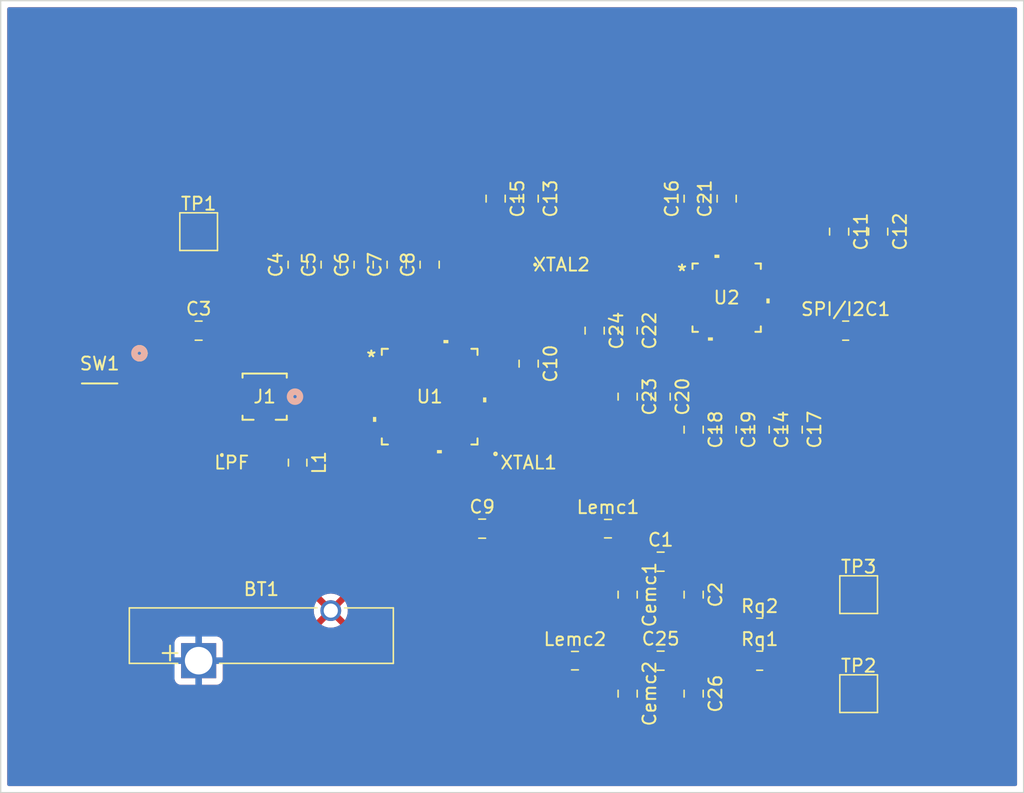
<source format=kicad_pcb>
(kicad_pcb (version 20211014) (generator pcbnew)
  (layers (0 "F.Cu" signal) (31 "B.Cu" signal) (34 "B.Paste" user) (35 "F.Paste" user) (36 "B.SilkS" user "B.Silkscreen") (37 "F.SilkS" user "F.Silkscreen") (38 "B.Mask" user) (39 "F.Mask" user) (44 "Edge.Cuts" user))
  (net 0 "")
  (net 1 "+3V3")
  (net 2 "GND")
  (net 3 "Net-(C1-Pad1)")
  (net 4 "Net-(C1-Pad2)")
  (net 5 "Net-(U1-Pad7)")
  (net 6 "GNDLPF")
  (net 7 "Net-(U2-Pad24)")
  (net 8 "Net-(U2-Pad3)")
  (net 9 "GNDD")
  (net 10 "Net-(U2-Pad11)")
  (net 11 "Net-(U2-Pad4)")
  (net 12 "Net-(U2-Pad14)")
  (net 13 "Net-(U2-Pad5)")
  (net 14 "Net-(U2-Pad7)")
  (net 15 "GNDA")
  (net 16 "Net-(C25-Pad1)")
  (net 17 "Net-(C25-Pad2)")
  (net 18 "Net-(C26-Pad2)")
  (net 19 "Net-(L1-Pad1)")
  (net 20 "Net-(L1-Pad2)")
  (net 21 "Net-(U2-Pad13)")
  (net 22 "Net-(U2-Pad22)")
  (net 23 "Net-(LOW-PASS-FILTER1-Pad3)")
  (net 24 "GNDLPF3")
  (net 25 "GNDLPF2")
  (net 26 "GNDLPF1")
  (net 27 "Net-(Rq1-Pad2)")
  (net 28 "Net-(Rq2-Pad2)")
  (net 29 "Net-(U2-Pad20)")
  (net 30 "Net-(U1-Pad1)")
  (net 37 "Net-(U1-Pad9)")
  (net 38 "Net-(U1-Pad10)")
  (net 39 "Net-(U1-Pad11)")
  (net 40 "Net-(U1-Pad12)")
  (net 41 "Net-(U1-Pad13)")
  (net 42 "Net-(U1-Pad14)")
  (net 43 "Net-(U1-Pad15)")
  (net 44 "Net-(U1-Pad16)")
  (net 48 "Net-(U1-Pad24)")
  (net 49 "Net-(U1-Pad25)")
  (net 54 "Net-(U1-Pad30)")
  (net 70 "GNDDR1")
  (net 72 "GNDDR2")
  (footprint "footprints4:CON3_RECE.20279.001E.01_TAL" (layer "F.Cu") (at 124.46 83.82)
    (fp_text reference "J1" (at 0 0 unlocked) (layer "F.SilkS"))
    (fp_text value "RECE.20279.001E.01")
    (fp_circle (center 2.3368 0) (end 2.7178 0) (layer "B.SilkS") (width 0.508) (fill none))
    (fp_line (start 1.7018 1.778) (end 1.7018 1.46304) (layer "F.SilkS") (width 0.1524))
    (fp_line (start -1.7018 1.46304) (end -1.7018 1.778) (layer "F.SilkS") (width 0.1524))
    (fp_line (start -1.7018 1.778) (end -0.85344 1.778) (layer "F.SilkS") (width 0.1524))
    (fp_line (start -1.7018 -1.778) (end -1.7018 -1.46304) (layer "F.SilkS") (width 0.1524))
    (fp_line (start 0.85344 1.778) (end 1.7018 1.778) (layer "F.SilkS") (width 0.1524))
    (fp_line (start 1.7018 -1.46304) (end 1.7018 -1.778) (layer "F.SilkS") (width 0.1524))
    (fp_line (start 1.7018 -1.778) (end -1.7018 -1.778) (layer "F.SilkS") (width 0.1524))
    (pad "1" smd rect (at 1.475001 0) (size 1.0414 2.2606) (layers "F.Cu" "F.Paste" "F.Mask") (net 19 "Net-(L1-Pad1)"))
    (pad "2" smd rect (at 0 1.549999) (size 1.0414 1.143) (layers "F.Cu" "F.Paste" "F.Mask") (net 6 "GNDLPF"))
    (pad "3" smd rect (at -1.475001 0) (size 1.0414 2.2606) (layers "F.Cu" "F.Paste" "F.Mask") (net 6 "GNDLPF"))
  )
  (footprint "Capacitor_SMD:C_0805_2012Metric_Pad1.18x1.45mm_HandSolder" (layer "F.Cu") (at 165.1 86.36 -90)
    (fp_text reference "C17" (at 0 -1.68 90) (layer "F.SilkS"))
    (fp_text value "C_Small")
    (fp_line (start -0.261252 -0.735) (end 0.261252 -0.735) (layer "F.SilkS") (width 0.12))
    (fp_line (start -0.261252 0.735) (end 0.261252 0.735) (layer "F.SilkS") (width 0.12))
    (pad "1" smd roundrect (at -1.0375 0 270) (size 1.175 1.45) (layers "F.Cu" "F.Paste" "F.Mask") (roundrect_rratio 0.212766) (net 10 "Net-(U2-Pad11)"))
    (pad "2" smd roundrect (at 1.0375 0 270) (size 1.175 1.45) (layers "F.Cu" "F.Paste" "F.Mask") (roundrect_rratio 0.212766) (net 2 "GND"))
  )
  (footprint "Capacitor_SMD:C_0805_2012Metric_Pad1.18x1.45mm_HandSolder" (layer "F.Cu") (at 152.4 78.74 -90)
    (fp_text reference "C22" (at 0 -1.68 90) (layer "F.SilkS"))
    (fp_text value "C_Small")
    (fp_line (start -0.261252 -0.735) (end 0.261252 -0.735) (layer "F.SilkS") (width 0.12))
    (fp_line (start -0.261252 0.735) (end 0.261252 0.735) (layer "F.SilkS") (width 0.12))
    (pad "1" smd roundrect (at -1.0375 0 270) (size 1.175 1.45) (layers "F.Cu" "F.Paste" "F.Mask") (roundrect_rratio 0.212766) (net 14 "Net-(U2-Pad7)"))
    (pad "2" smd roundrect (at 1.0375 0 270) (size 1.175 1.45) (layers "F.Cu" "F.Paste" "F.Mask") (roundrect_rratio 0.212766) (net 15 "GNDA"))
  )
  (footprint "footprints6:VFQFPN32_5X5_WETTABLE_STM" (layer "F.Cu") (at 160.02 76.2)
    (fp_text reference "U2" (at 0 0 unlocked) (layer "F.SilkS"))
    (fp_text value "ST25R3916B-AQWT")
    (fp_text user "*" (at -3.4369 -2) (layer "F.SilkS"))
    (fp_text user "*" (at -3.4369 -2 unlocked) (layer "F.SilkS"))
    (fp_line (start 2.6289 -2.6289) (end 2.210139 -2.6289) (layer "F.SilkS") (width 0.1524))
    (fp_line (start -2.210139 -2.6289) (end -2.6289 -2.6289) (layer "F.SilkS") (width 0.1524))
    (fp_line (start -2.6289 2.210139) (end -2.6289 2.6289) (layer "F.SilkS") (width 0.1524))
    (fp_line (start 2.210139 2.6289) (end 2.6289 2.6289) (layer "F.SilkS") (width 0.1524))
    (fp_line (start -2.6289 -2.6289) (end -2.6289 -2.210139) (layer "F.SilkS") (width 0.1524))
    (fp_line (start 2.6289 -2.210139) (end 2.6289 -2.6289) (layer "F.SilkS") (width 0.1524))
    (fp_line (start 2.6289 2.6289) (end 2.6289 2.210139) (layer "F.SilkS") (width 0.1524))
    (fp_line (start -2.6289 2.6289) (end -2.210139 2.6289) (layer "F.SilkS") (width 0.1524))
    (fp_poly (pts (xy -1.4405 3.055899) (xy -1.4405 3.309899) (xy -1.0595 3.309899) (xy -1.0595 3.055899)) (layer "F.SilkS") (width 0) (fill solid))
    (fp_poly (pts (xy -0.940501 -3.055899) (xy -0.940501 -3.309899) (xy -0.559501 -3.309899) (xy -0.559501 -3.055899)) (layer "F.SilkS") (width 0) (fill solid))
    (fp_poly (pts (xy 3.309899 0.059499) (xy 3.309899 0.4405) (xy 3.055899 0.4405) (xy 3.055899 0.059499)) (layer "F.SilkS") (width 0) (fill solid))
    (pad "1" smd rect (at -2.3979 -1.749999 90) (size 0.2548 0.807999) (layers "F.Cu" "F.Paste" "F.Mask") (net 1 "+3V3"))
    (pad "2" smd rect (at -2.3979 -1.25 90) (size 0.2548 0.807999) (layers "F.Cu" "F.Paste" "F.Mask"))
    (pad "3" smd rect (at -2.3979 -0.750001 90) (size 0.2548 0.807999) (layers "F.Cu" "F.Paste" "F.Mask") (net 8 "Net-(U2-Pad3)"))
    (pad "4" smd rect (at -2.3979 -0.25 90) (size 0.2548 0.807999) (layers "F.Cu" "F.Paste" "F.Mask") (net 11 "Net-(U2-Pad4)"))
    (pad "5" smd rect (at -2.3979 0.25 90) (size 0.2548 0.807999) (layers "F.Cu" "F.Paste" "F.Mask") (net 13 "Net-(U2-Pad5)"))
    (pad "6" smd rect (at -2.3979 0.750001 90) (size 0.2548 0.807999) (layers "F.Cu" "F.Paste" "F.Mask") (net 9 "GNDD"))
    (pad "7" smd rect (at -2.3979 1.25 90) (size 0.2548 0.807999) (layers "F.Cu" "F.Paste" "F.Mask") (net 14 "Net-(U2-Pad7)"))
    (pad "8" smd rect (at -2.3979 1.749999 90) (size 0.2548 0.807999) (layers "F.Cu" "F.Paste" "F.Mask") (net 1 "+3V3"))
    (pad "9" smd rect (at -1.749999 2.3979) (size 0.2548 0.807999) (layers "F.Cu" "F.Paste" "F.Mask") (net 12 "Net-(U2-Pad14)"))
    (pad "10" smd rect (at -1.25 2.3979) (size 0.2548 0.807999) (layers "F.Cu" "F.Paste" "F.Mask") (net 1 "+3V3"))
    (pad "11" smd rect (at -0.750001 2.3979) (size 0.2548 0.807999) (layers "F.Cu" "F.Paste" "F.Mask") (net 10 "Net-(U2-Pad11)"))
    (pad "12" smd rect (at -0.25 2.3979) (size 0.2548 0.807999) (layers "F.Cu" "F.Paste" "F.Mask") (net 70 "GNDDR1"))
    (pad "13" smd rect (at 0.25 2.3979) (size 0.2548 0.807999) (layers "F.Cu" "F.Paste" "F.Mask") (net 21 "Net-(U2-Pad13)"))
    (pad "14" smd rect (at 0.750001 2.3979) (size 0.2548 0.807999) (layers "F.Cu" "F.Paste" "F.Mask") (net 12 "Net-(U2-Pad14)"))
    (pad "15" smd rect (at 1.25 2.3979) (size 0.2548 0.807999) (layers "F.Cu" "F.Paste" "F.Mask"))
    (pad "16" smd rect (at 1.749999 2.3979) (size 0.2548 0.807999) (layers "F.Cu" "F.Paste" "F.Mask") (net 72 "GNDDR2"))
    (pad "17" smd rect (at 2.3979 1.749999 90) (size 0.2548 0.807999) (layers "F.Cu" "F.Paste" "F.Mask"))
    (pad "18" smd rect (at 2.3979 1.25 90) (size 0.2548 0.807999) (layers "F.Cu" "F.Paste" "F.Mask"))
    (pad "19" smd rect (at 2.3979 0.750001 90) (size 0.2548 0.807999) (layers "F.Cu" "F.Paste" "F.Mask"))
    (pad "20" smd rect (at 2.3979 0.25 90) (size 0.2548 0.807999) (layers "F.Cu" "F.Paste" "F.Mask") (net 29 "Net-(U2-Pad20)"))
    (pad "21" smd rect (at 2.3979 -0.25 90) (size 0.2548 0.807999) (layers "F.Cu" "F.Paste" "F.Mask") (net 2 "GND"))
    (pad "22" smd rect (at 2.3979 -0.750001 90) (size 0.2548 0.807999) (layers "F.Cu" "F.Paste" "F.Mask") (net 22 "Net-(U2-Pad22)"))
    (pad "23" smd rect (at 2.3979 -1.25 90) (size 0.2548 0.807999) (layers "F.Cu" "F.Paste" "F.Mask"))
    (pad "24" smd rect (at 2.3979 -1.749999 90) (size 0.2548 0.807999) (layers "F.Cu" "F.Paste" "F.Mask") (net 7 "Net-(U2-Pad24)"))
    (pad "25" smd rect (at 1.749999 -2.3979) (size 0.2548 0.807999) (layers "F.Cu" "F.Paste" "F.Mask"))
    (pad "26" smd rect (at 1.25 -2.3979) (size 0.2548 0.807999) (layers "F.Cu" "F.Paste" "F.Mask") (net 15 "GNDA"))
    (pad "27" smd rect (at 0.750001 -2.3979) (size 0.2548 0.807999) (layers "F.Cu" "F.Paste" "F.Mask") (net 54 "Net-(U1-Pad30)"))
    (pad "28" smd rect (at 0.25 -2.3979) (size 0.2548 0.807999) (layers "F.Cu" "F.Paste" "F.Mask"))
    (pad "29" smd rect (at -0.25 -2.3979) (size 0.2548 0.807999) (layers "F.Cu" "F.Paste" "F.Mask") (net 41 "Net-(U1-Pad13)"))
    (pad "30" smd rect (at -0.750001 -2.3979) (size 0.2548 0.807999) (layers "F.Cu" "F.Paste" "F.Mask") (net 42 "Net-(U1-Pad14)"))
    (pad "31" smd rect (at -1.25 -2.3979) (size 0.2548 0.807999) (layers "F.Cu" "F.Paste" "F.Mask") (net 44 "Net-(U1-Pad16)"))
    (pad "32" smd rect (at -1.749999 -2.3979) (size 0.2548 0.807999) (layers "F.Cu" "F.Paste" "F.Mask") (net 43 "Net-(U1-Pad15)"))
    (pad "33" smd rect (at 0 0) (size 3.6068 3.6068) (layers "F.Cu" "F.Mask"))
  )
  (footprint "Capacitor_SMD:C_0805_2012Metric_Pad1.18x1.45mm_HandSolder" (layer "F.Cu") (at 134.62 73.66 90)
    (fp_text reference "C7" (at 0 -1.68 90) (layer "F.SilkS"))
    (fp_text value "C_Small")
    (fp_line (start -0.261252 0.735) (end 0.261252 0.735) (layer "F.SilkS") (width 0.12))
    (fp_line (start -0.261252 -0.735) (end 0.261252 -0.735) (layer "F.SilkS") (width 0.12))
    (pad "1" smd roundrect (at -1.0375 0 90) (size 1.175 1.45) (layers "F.Cu" "F.Paste" "F.Mask") (roundrect_rratio 0.212766) (net 1 "+3V3"))
    (pad "2" smd roundrect (at 1.0375 0 90) (size 1.175 1.45) (layers "F.Cu" "F.Paste" "F.Mask") (roundrect_rratio 0.212766) (net 2 "GND"))
  )
  (footprint "footprints1:XTAL_XRCGB27M120F3M00R0_MUR" (layer "F.Cu") (at 147.32 73.66)
    (fp_text reference "XTAL2" (at 0 0 unlocked) (layer "F.SilkS"))
    (fp_text value "XRCGB27M120F3M00R0")
    (fp_circle (center -2.0391 0) (end -1.9629 0) (layer "F.SilkS") (width 0.1524) (fill none))
    (pad "1" smd rect (at -0.6703 -0.65) (size 1.0612 0.7112) (layers "F.Cu" "F.Paste" "F.Mask") (net 11 "Net-(U2-Pad4)"))
    (pad "2" smd rect (at -0.6703 0.65) (size 1.0612 0.7112) (layers "F.Cu" "F.Paste" "F.Mask"))
    (pad "3" smd rect (at 0.6703 0.65) (size 1.0612 0.7112) (layers "F.Cu" "F.Paste" "F.Mask") (net 13 "Net-(U2-Pad5)"))
    (pad "4" smd rect (at 0.6703 -0.65) (size 1.0612 0.7112) (layers "F.Cu" "F.Paste" "F.Mask"))
    (zone (net 0) (net_name "") (layer "F.Cu") (connect_pads (clearance 0)) (min_thickness 0.254)
      (keepout (tracks not_allowed) (vias not_allowed) (pads allowed) (copperpour not_allowed) (footprints allowed))
      (fill (thermal_gap 0.508) (thermal_bridge_width 0.508))
      (polygon (pts (xy 147.2311 72.6567) (xy 147.4089 72.6567) (xy 147.4089 74.6633) (xy 147.2311 74.6633)))
    )
  )
  (footprint "Capacitor_SMD:C_0805_2012Metric_Pad1.18x1.45mm_HandSolder" (layer "F.Cu") (at 160.02 86.36 -90)
    (fp_text reference "C19" (at 0 -1.68 90) (layer "F.SilkS"))
    (fp_text value "C_Small")
    (fp_line (start -0.261252 0.735) (end 0.261252 0.735) (layer "F.SilkS") (width 0.12))
    (fp_line (start -0.261252 -0.735) (end 0.261252 -0.735) (layer "F.SilkS") (width 0.12))
    (pad "1" smd roundrect (at -1.0375 0 270) (size 1.175 1.45) (layers "F.Cu" "F.Paste" "F.Mask") (roundrect_rratio 0.212766) (net 12 "Net-(U2-Pad14)"))
    (pad "2" smd roundrect (at 1.0375 0 270) (size 1.175 1.45) (layers "F.Cu" "F.Paste" "F.Mask") (roundrect_rratio 0.212766) (net 2 "GND"))
  )
  (footprint "Capacitor_SMD:C_0805_2012Metric_Pad1.18x1.45mm_HandSolder" (layer "F.Cu") (at 144.78 81.28 -90)
    (fp_text reference "C10" (at 0 -1.68 90) (layer "F.SilkS"))
    (fp_text value "C_Small")
    (fp_line (start -0.261252 0.735) (end 0.261252 0.735) (layer "F.SilkS") (width 0.12))
    (fp_line (start -0.261252 -0.735) (end 0.261252 -0.735) (layer "F.SilkS") (width 0.12))
    (pad "1" smd roundrect (at -1.0375 0 270) (size 1.175 1.45) (layers "F.Cu" "F.Paste" "F.Mask") (roundrect_rratio 0.212766) (net 1 "+3V3"))
    (pad "2" smd roundrect (at 1.0375 0 270) (size 1.175 1.45) (layers "F.Cu" "F.Paste" "F.Mask") (roundrect_rratio 0.212766) (net 2 "GND"))
  )
  (footprint "Capacitor_SMD:C_0805_2012Metric_Pad1.18x1.45mm_HandSolder" (layer "F.Cu") (at 157.48 86.36 -90)
    (fp_text reference "C18" (at 0 -1.68 90) (layer "F.SilkS"))
    (fp_text value "C_Small")
    (fp_line (start -0.261252 -0.735) (end 0.261252 -0.735) (layer "F.SilkS") (width 0.12))
    (fp_line (start -0.261252 0.735) (end 0.261252 0.735) (layer "F.SilkS") (width 0.12))
    (pad "1" smd roundrect (at -1.0375 0 270) (size 1.175 1.45) (layers "F.Cu" "F.Paste" "F.Mask") (roundrect_rratio 0.212766) (net 12 "Net-(U2-Pad14)"))
    (pad "2" smd roundrect (at 1.0375 0 270) (size 1.175 1.45) (layers "F.Cu" "F.Paste" "F.Mask") (roundrect_rratio 0.212766) (net 2 "GND"))
  )
  (footprint "Capacitor_SMD:C_0805_2012Metric_Pad1.18x1.45mm_HandSolder" (layer "F.Cu") (at 152.4 99.06 -90)
    (fp_text reference "Cemc1" (at 0 -1.68 90) (layer "F.SilkS"))
    (fp_text value "180pF")
    (fp_line (start -0.261252 -0.735) (end 0.261252 -0.735) (layer "F.SilkS") (width 0.12))
    (fp_line (start -0.261252 0.735) (end 0.261252 0.735) (layer "F.SilkS") (width 0.12))
    (pad "1" smd roundrect (at -1.0375 0 270) (size 1.175 1.45) (layers "F.Cu" "F.Paste" "F.Mask") (roundrect_rratio 0.212766) (net 3 "Net-(C1-Pad1)"))
    (pad "2" smd roundrect (at 1.0375 0 270) (size 1.175 1.45) (layers "F.Cu" "F.Paste" "F.Mask") (roundrect_rratio 0.212766) (net 2 "GND"))
  )
  (footprint "TestPoint:TestPoint_Pad_2.5x2.5mm" (layer "F.Cu") (at 119.38 71.12)
    (fp_text reference "TP1" (at 0 -2.148) (layer "F.SilkS"))
    (fp_text value "TestPoint")
    (fp_line (start 1.45 1.45) (end -1.45 1.45) (layer "F.SilkS") (width 0.12))
    (fp_line (start -1.45 1.45) (end -1.45 -1.45) (layer "F.SilkS") (width 0.12))
    (fp_line (start -1.45 -1.45) (end 1.45 -1.45) (layer "F.SilkS") (width 0.12))
    (fp_line (start 1.45 -1.45) (end 1.45 1.45) (layer "F.SilkS") (width 0.12))
    (pad "1" smd rect (at 0 0) (size 2.5 2.5) (layers "F.Cu" "F.Mask") (net 30 "Net-(U1-Pad1)"))
  )
  (footprint "Capacitor_SMD:C_0805_2012Metric_Pad1.18x1.45mm_HandSolder" (layer "F.Cu") (at 141.2025 93.98)
    (fp_text reference "C9" (at 0 -1.68) (layer "F.SilkS"))
    (fp_text value "C_Polarized_Small_US")
    (fp_line (start -0.261252 0.735) (end 0.261252 0.735) (layer "F.SilkS") (width 0.12))
    (fp_line (start -0.261252 -0.735) (end 0.261252 -0.735) (layer "F.SilkS") (width 0.12))
    (pad "1" smd roundrect (at -1.0375 0) (size 1.175 1.45) (layers "F.Cu" "F.Paste" "F.Mask") (roundrect_rratio 0.212766) (net 2 "GND"))
    (pad "2" smd roundrect (at 1.0375 0) (size 1.175 1.45) (layers "F.Cu" "F.Paste" "F.Mask") (roundrect_rratio 0.212766) (net 1 "+3V3"))
  )
  (footprint "Battery:Battery_Panasonic_CR2032-VS1N_Vertical_CircularHoles" (layer "F.Cu") (at 119.38 104.14)
    (fp_text reference "BT1" (at 4.825 -5.5) (layer "F.SilkS"))
    (fp_text value "BHX1-1632-SM")
    (fp_text user "+" (at -2.2 -0.7) (layer "F.SilkS") (effects (font (size 1.5 1.5))))
    (fp_line (start 1.61 0.21) (end 14.985 0.21) (layer "F.SilkS") (width 0.12))
    (fp_line (start 11.23 -4.06) (end 14.985 -4.06) (layer "F.SilkS") (width 0.12))
    (fp_line (start 14.985 -4.06) (end 14.985 0.21) (layer "F.SilkS") (width 0.12))
    (fp_line (start -5.335 -4.06) (end 9.11 -4.06) (layer "F.SilkS") (width 0.12))
    (fp_line (start -5.335 0.21) (end -1.61 0.21) (layer "F.SilkS") (width 0.12))
    (fp_line (start -5.335 -4.06) (end -5.335 0.21) (layer "F.SilkS") (width 0.12))
    (pad "1" thru_hole rect (at 0 0 90) (size 2.7 2.7) (drill 2.12) (layers *.Cu *.Mask) (net 1 "+3V3"))
    (pad "2" thru_hole circle (at 10.17 -3.85) (size 1.6 1.6) (drill 1.09) (layers *.Cu *.Mask) (net 2 "GND"))
  )
  (footprint "Capacitor_SMD:C_0805_2012Metric_Pad1.18x1.45mm_HandSolder" (layer "F.Cu") (at 127 73.66 90)
    (fp_text reference "C4" (at 0 -1.68 90) (layer "F.SilkS"))
    (fp_text value "C_Small")
    (fp_line (start -0.261252 -0.735) (end 0.261252 -0.735) (layer "F.SilkS") (width 0.12))
    (fp_line (start -0.261252 0.735) (end 0.261252 0.735) (layer "F.SilkS") (width 0.12))
    (pad "1" smd roundrect (at -1.0375 0 90) (size 1.175 1.45) (layers "F.Cu" "F.Paste" "F.Mask") (roundrect_rratio 0.212766) (net 1 "+3V3"))
    (pad "2" smd roundrect (at 1.0375 0 90) (size 1.175 1.45) (layers "F.Cu" "F.Paste" "F.Mask") (roundrect_rratio 0.212766) (net 2 "GND"))
  )
  (footprint "Capacitor_SMD:C_0805_2012Metric_Pad1.18x1.45mm_HandSolder" (layer "F.Cu") (at 154.94 96.52)
    (fp_text reference "C1" (at 0 -1.68) (layer "F.SilkS"))
    (fp_text value "51pF")
    (fp_line (start -0.261252 0.735) (end 0.261252 0.735) (layer "F.SilkS") (width 0.12))
    (fp_line (start -0.261252 -0.735) (end 0.261252 -0.735) (layer "F.SilkS") (width 0.12))
    (pad "1" smd roundrect (at -1.0375 0) (size 1.175 1.45) (layers "F.Cu" "F.Paste" "F.Mask") (roundrect_rratio 0.212766) (net 3 "Net-(C1-Pad1)"))
    (pad "2" smd roundrect (at 1.0375 0) (size 1.175 1.45) (layers "F.Cu" "F.Paste" "F.Mask") (roundrect_rratio 0.212766) (net 4 "Net-(C1-Pad2)"))
  )
  (footprint "TestPoint:TestPoint_Pad_2.5x2.5mm" (layer "F.Cu") (at 170.18 106.68)
    (fp_text reference "TP2" (at 0 -2.148) (layer "F.SilkS"))
    (fp_text value "TestPoint")
    (fp_line (start 1.45 1.45) (end -1.45 1.45) (layer "F.SilkS") (width 0.12))
    (fp_line (start 1.45 -1.45) (end 1.45 1.45) (layer "F.SilkS") (width 0.12))
    (fp_line (start -1.45 1.45) (end -1.45 -1.45) (layer "F.SilkS") (width 0.12))
    (fp_line (start -1.45 -1.45) (end 1.45 -1.45) (layer "F.SilkS") (width 0.12))
    (pad "1" smd rect (at 0 0) (size 2.5 2.5) (layers "F.Cu" "F.Mask") (net 27 "Net-(Rq1-Pad2)"))
  )
  (footprint "footprints2:KMR2xxG_CNK" (layer "F.Cu") (at 111.76 81.28)
    (fp_text reference "SW1" (at 0 0 unlocked) (layer "F.SilkS"))
    (fp_text value "KMR231GLFS")
    (fp_circle (center 3.0607 -0.8) (end 3.4417 -0.8) (layer "B.SilkS") (width 0.508) (fill none))
    (fp_line (start -1.363811 1.524) (end 1.363811 1.524) (layer "F.SilkS") (width 0.1524))
    (fp_arc (start 3.4417 -0.8) (mid 3.309652 -0.511583) (end 3.005038 -0.423088) (layer "F.SilkS") (width 0.508))
    (fp_arc (start 3.005038 -1.176912) (mid 3.309651 -1.088416) (end 3.4417 -0.8) (layer "F.SilkS") (width 0.508))
    (pad "1" smd rect (at 2.049998 -0.800001) (size 0.889 0.9906) (layers "F.Cu" "F.Paste" "F.Mask") (net 5 "Net-(U1-Pad7)"))
    (pad "2" smd rect (at 2.049998 0.800001) (size 0.889 0.9906) (layers "F.Cu" "F.Paste" "F.Mask") (net 6 "GNDLPF"))
    (pad "3" smd rect (at -2.049998 0.800001) (size 0.889 0.9906) (layers "F.Cu" "F.Paste" "F.Mask") (net 6 "GNDLPF"))
    (pad "4" smd rect (at -2.049998 -0.800001) (size 0.889 0.9906) (layers "F.Cu" "F.Paste" "F.Mask") (net 5 "Net-(U1-Pad7)"))
    (pad "5" smd rect (at 0 -1.42494) (size 1.7018 0.5588) (layers "F.Cu" "F.Paste" "F.Mask") (net 6 "GNDLPF"))
  )
  (footprint "footprints3:NX2016SA_NDK" (layer "F.Cu") (at 144.78 88.9)
    (fp_text reference "XTAL1" (at 0 0 unlocked) (layer "F.SilkS"))
    (fp_text value "NX2016SA-32MHZ-EXS00A-CS11336")
    (fp_circle (center -2.551699 -0.675) (end -2.450099 -0.675) (layer "F.SilkS") (width 0.1524) (fill none))
    (pad "1" smd rect (at -0.7215 -0.675) (size 0.858799 0.6104) (layers "F.Cu" "F.Paste" "F.Mask") (net 49 "Net-(U1-Pad25)"))
    (pad "2" smd rect (at -0.7215 0.675) (size 0.858799 0.6104) (layers "F.Cu" "F.Paste" "F.Mask") (net 6 "GNDLPF"))
    (pad "3" smd rect (at 0.7215 0.675) (size 0.858799 0.6104) (layers "F.Cu" "F.Paste" "F.Mask") (net 48 "Net-(U1-Pad24)"))
    (pad "4" smd rect (at 0.7215 -0.675) (size 0.858799 0.6104) (layers "F.Cu" "F.Paste" "F.Mask") (net 6 "GNDLPF"))
  )
  (footprint "Inductor_SMD:L_0805_2012Metric_Pad1.15x1.40mm_HandSolder" (layer "F.Cu") (at 148.345 104.14)
    (fp_text reference "Lemc2" (at 0 -1.65) (layer "F.SilkS"))
    (fp_text value "560 nH")
    (fp_line (start -0.261252 0.71) (end 0.261252 0.71) (layer "F.SilkS") (width 0.12))
    (fp_line (start -0.261252 -0.71) (end 0.261252 -0.71) (layer "F.SilkS") (width 0.12))
    (pad "1" smd roundrect (at -1.025 0) (size 1.15 1.4) (layers "F.Cu" "F.Paste" "F.Mask") (roundrect_rratio 0.217391) (net 22 "Net-(U2-Pad22)"))
    (pad "2" smd roundrect (at 1.025 0) (size 1.15 1.4) (layers "F.Cu" "F.Paste" "F.Mask") (roundrect_rratio 0.217391) (net 16 "Net-(C25-Pad1)"))
  )
  (footprint "Capacitor_SMD:C_0805_2012Metric_Pad1.18x1.45mm_HandSolder" (layer "F.Cu") (at 144.78 68.58 -90)
    (fp_text reference "C13" (at 0 -1.68 90) (layer "F.SilkS"))
    (fp_text value "C_Small")
    (fp_line (start -0.261252 -0.735) (end 0.261252 -0.735) (layer "F.SilkS") (width 0.12))
    (fp_line (start -0.261252 0.735) (end 0.261252 0.735) (layer "F.SilkS") (width 0.12))
    (pad "1" smd roundrect (at -1.0375 0 270) (size 1.175 1.45) (layers "F.Cu" "F.Paste" "F.Mask") (roundrect_rratio 0.212766) (net 8 "Net-(U2-Pad3)"))
    (pad "2" smd roundrect (at 1.0375 0 270) (size 1.175 1.45) (layers "F.Cu" "F.Paste" "F.Mask") (roundrect_rratio 0.212766) (net 9 "GNDD"))
  )
  (footprint "Capacitor_SMD:C_0805_2012Metric_Pad1.18x1.45mm_HandSolder" (layer "F.Cu") (at 168.6775 71.12 -90)
    (fp_text reference "C11" (at 0 -1.68 90) (layer "F.SilkS"))
    (fp_text value "C_Small")
    (fp_line (start -0.261252 0.735) (end 0.261252 0.735) (layer "F.SilkS") (width 0.12))
    (fp_line (start -0.261252 -0.735) (end 0.261252 -0.735) (layer "F.SilkS") (width 0.12))
    (pad "1" smd roundrect (at -1.0375 0 270) (size 1.175 1.45) (layers "F.Cu" "F.Paste" "F.Mask") (roundrect_rratio 0.212766) (net 7 "Net-(U2-Pad24)"))
    (pad "2" smd roundrect (at 1.0375 0 270) (size 1.175 1.45) (layers "F.Cu" "F.Paste" "F.Mask") (roundrect_rratio 0.212766) (net 2 "GND"))
  )
  (footprint "Capacitor_SMD:C_0805_2012Metric_Pad1.18x1.45mm_HandSolder" (layer "F.Cu") (at 157.48 68.58 90)
    (fp_text reference "C16" (at 0 -1.68 90) (layer "F.SilkS"))
    (fp_text value "C_Small")
    (fp_line (start -0.261252 -0.735) (end 0.261252 -0.735) (layer "F.SilkS") (width 0.12))
    (fp_line (start -0.261252 0.735) (end 0.261252 0.735) (layer "F.SilkS") (width 0.12))
    (pad "1" smd roundrect (at -1.0375 0 90) (size 1.175 1.45) (layers "F.Cu" "F.Paste" "F.Mask") (roundrect_rratio 0.212766) (net 2 "GND"))
    (pad "2" smd roundrect (at 1.0375 0 90) (size 1.175 1.45) (layers "F.Cu" "F.Paste" "F.Mask") (roundrect_rratio 0.212766) (net 11 "Net-(U2-Pad4)"))
  )
  (footprint "Capacitor_SMD:C_0805_2012Metric_Pad1.18x1.45mm_HandSolder" (layer "F.Cu") (at 160.02 68.58 90)
    (fp_text reference "C21" (at 0 -1.68 90) (layer "F.SilkS"))
    (fp_text value "C_Small")
    (fp_line (start -0.261252 -0.735) (end 0.261252 -0.735) (layer "F.SilkS") (width 0.12))
    (fp_line (start -0.261252 0.735) (end 0.261252 0.735) (layer "F.SilkS") (width 0.12))
    (pad "1" smd roundrect (at -1.0375 0 90) (size 1.175 1.45) (layers "F.Cu" "F.Paste" "F.Mask") (roundrect_rratio 0.212766) (net 2 "GND"))
    (pad "2" smd roundrect (at 1.0375 0 90) (size 1.175 1.45) (layers "F.Cu" "F.Paste" "F.Mask") (roundrect_rratio 0.212766) (net 13 "Net-(U2-Pad5)"))
  )
  (footprint "Capacitor_SMD:C_0805_2012Metric_Pad1.18x1.45mm_HandSolder" (layer "F.Cu") (at 157.48 106.68 -90)
    (fp_text reference "C26" (at 0 -1.68 90) (layer "F.SilkS"))
    (fp_text value "198pF")
    (fp_line (start -0.261252 0.735) (end 0.261252 0.735) (layer "F.SilkS") (width 0.12))
    (fp_line (start -0.261252 -0.735) (end 0.261252 -0.735) (layer "F.SilkS") (width 0.12))
    (pad "1" smd roundrect (at -1.0375 0 270) (size 1.175 1.45) (layers "F.Cu" "F.Paste" "F.Mask") (roundrect_rratio 0.212766) (net 17 "Net-(C25-Pad2)"))
    (pad "2" smd roundrect (at 1.0375 0 270) (size 1.175 1.45) (layers "F.Cu" "F.Paste" "F.Mask") (roundrect_rratio 0.212766) (net 18 "Net-(C26-Pad2)"))
  )
  (footprint "Capacitor_SMD:C_0805_2012Metric_Pad1.18x1.45mm_HandSolder" (layer "F.Cu") (at 129.54 73.66 90)
    (fp_text reference "C5" (at 0 -1.68 90) (layer "F.SilkS"))
    (fp_text value "C_Small")
    (fp_line (start -0.261252 0.735) (end 0.261252 0.735) (layer "F.SilkS") (width 0.12))
    (fp_line (start -0.261252 -0.735) (end 0.261252 -0.735) (layer "F.SilkS") (width 0.12))
    (pad "1" smd roundrect (at -1.0375 0 90) (size 1.175 1.45) (layers "F.Cu" "F.Paste" "F.Mask") (roundrect_rratio 0.212766) (net 1 "+3V3"))
    (pad "2" smd roundrect (at 1.0375 0 90) (size 1.175 1.45) (layers "F.Cu" "F.Paste" "F.Mask") (roundrect_rratio 0.212766) (net 2 "GND"))
  )
  (footprint "Capacitor_SMD:C_0805_2012Metric_Pad1.18x1.45mm_HandSolder" (layer "F.Cu") (at 171.6825 71.12 -90)
    (fp_text reference "C12" (at 0 -1.68 90) (layer "F.SilkS"))
    (fp_text value "C_Small")
    (fp_line (start -0.261252 -0.735) (end 0.261252 -0.735) (layer "F.SilkS") (width 0.12))
    (fp_line (start -0.261252 0.735) (end 0.261252 0.735) (layer "F.SilkS") (width 0.12))
    (pad "1" smd roundrect (at -1.0375 0 270) (size 1.175 1.45) (layers "F.Cu" "F.Paste" "F.Mask") (roundrect_rratio 0.212766) (net 7 "Net-(U2-Pad24)"))
    (pad "2" smd roundrect (at 1.0375 0 270) (size 1.175 1.45) (layers "F.Cu" "F.Paste" "F.Mask") (roundrect_rratio 0.212766) (net 2 "GND"))
  )
  (footprint "footprints5:MLPF-WB55-01E3_STM" (layer "F.Cu") (at 121.92 88.9)
    (fp_text reference "LPF" (at 0 0 unlocked) (layer "F.SilkS"))
    (fp_text value "LPF")
    (fp_arc (start -0.68834 -0.543209) (mid -0.8269 -0.587) (end -0.68834 -0.630791) (layer "F.SilkS") (width 0.1524))
    (pad "1" smd rect (at -0.254 -0.586999) (size 0.2032 0.2032) (layers "F.Cu" "F.Paste" "F.Mask") (net 20 "Net-(L1-Pad2)"))
    (pad "2" smd rect (at -0.254 0) (size 0.2032 0.2032) (layers "F.Cu" "F.Paste" "F.Mask") (net 6 "GNDLPF"))
    (pad "3" smd rect (at -0.254 0.586999) (size 0.2032 0.2032) (layers "F.Cu" "F.Paste" "F.Mask") (net 23 "Net-(LOW-PASS-FILTER1-Pad3)"))
    (pad "4" smd rect (at 0.254 0.586999) (size 0.2032 0.2032) (layers "F.Cu" "F.Paste" "F.Mask") (net 24 "GNDLPF3"))
    (pad "5" smd rect (at 0.254 0) (size 0.2032 0.2032) (layers "F.Cu" "F.Paste" "F.Mask") (net 25 "GNDLPF2"))
    (pad "6" smd rect (at 0.254 -0.586999) (size 0.2032 0.2032) (layers "F.Cu" "F.Paste" "F.Mask") (net 26 "GNDLPF1"))
  )
  (footprint "Resistor_SMD:R_0805_2012Metric_Pad1.20x1.40mm_HandSolder" (layer "F.Cu") (at 162.56 101.6)
    (fp_text reference "Rq2" (at 0 -1.65) (layer "F.SilkS"))
    (fp_text value "0 Ohm")
    (fp_line (start -0.227064 -0.735) (end 0.227064 -0.735) (layer "F.SilkS") (width 0.12))
    (fp_line (start -0.227064 0.735) (end 0.227064 0.735) (layer "F.SilkS") (width 0.12))
    (pad "1" smd roundrect (at -1 0) (size 1.2 1.4) (layers "F.Cu" "F.Paste" "F.Mask") (roundrect_rratio 0.208333) (net 4 "Net-(C1-Pad2)"))
    (pad "2" smd roundrect (at 1 0) (size 1.2 1.4) (layers "F.Cu" "F.Paste" "F.Mask") (roundrect_rratio 0.208333) (net 28 "Net-(Rq2-Pad2)"))
  )
  (footprint "TestPoint:TestPoint_Pad_2.5x2.5mm" (layer "F.Cu") (at 170.18 99.06)
    (fp_text reference "TP3" (at 0 -2.148) (layer "F.SilkS"))
    (fp_text value "TestPoint")
    (fp_line (start 1.45 -1.45) (end 1.45 1.45) (layer "F.SilkS") (width 0.12))
    (fp_line (start -1.45 -1.45) (end 1.45 -1.45) (layer "F.SilkS") (width 0.12))
    (fp_line (start 1.45 1.45) (end -1.45 1.45) (layer "F.SilkS") (width 0.12))
    (fp_line (start -1.45 1.45) (end -1.45 -1.45) (layer "F.SilkS") (width 0.12))
    (pad "1" smd rect (at 0 0) (size 2.5 2.5) (layers "F.Cu" "F.Mask") (net 28 "Net-(Rq2-Pad2)"))
  )
  (footprint "Inductor_SMD:L_0805_2012Metric_Pad1.15x1.40mm_HandSolder" (layer "F.Cu") (at 150.885 93.98)
    (fp_text reference "Lemc1" (at 0 -1.65) (layer "F.SilkS"))
    (fp_text value "560 nH")
    (fp_line (start -0.261252 0.71) (end 0.261252 0.71) (layer "F.SilkS") (width 0.12))
    (fp_line (start -0.261252 -0.71) (end 0.261252 -0.71) (layer "F.SilkS") (width 0.12))
    (pad "1" smd roundrect (at -1.025 0) (size 1.15 1.4) (layers "F.Cu" "F.Paste" "F.Mask") (roundrect_rratio 0.217391) (net 21 "Net-(U2-Pad13)"))
    (pad "2" smd roundrect (at 1.025 0) (size 1.15 1.4) (layers "F.Cu" "F.Paste" "F.Mask") (roundrect_rratio 0.217391) (net 3 "Net-(C1-Pad1)"))
  )
  (footprint "Capacitor_SMD:C_0805_2012Metric_Pad1.18x1.45mm_HandSolder" (layer "F.Cu") (at 152.4 106.68 -90)
    (fp_text reference "Cemc2" (at 0 -1.68 90) (layer "F.SilkS"))
    (fp_text value "180pF")
    (fp_line (start -0.261252 -0.735) (end 0.261252 -0.735) (layer "F.SilkS") (width 0.12))
    (fp_line (start -0.261252 0.735) (end 0.261252 0.735) (layer "F.SilkS") (width 0.12))
    (pad "1" smd roundrect (at -1.0375 0 270) (size 1.175 1.45) (layers "F.Cu" "F.Paste" "F.Mask") (roundrect_rratio 0.212766) (net 16 "Net-(C25-Pad1)"))
    (pad "2" smd roundrect (at 1.0375 0 270) (size 1.175 1.45) (layers "F.Cu" "F.Paste" "F.Mask") (roundrect_rratio 0.212766) (net 18 "Net-(C26-Pad2)"))
  )
  (footprint "Capacitor_SMD:C_0805_2012Metric_Pad1.18x1.45mm_HandSolder" (layer "F.Cu") (at 152.4 83.82 -90)
    (fp_text reference "C23" (at 0 -1.68 90) (layer "F.SilkS"))
    (fp_text value "C_Small")
    (fp_line (start -0.261252 -0.735) (end 0.261252 -0.735) (layer "F.SilkS") (width 0.12))
    (fp_line (start -0.261252 0.735) (end 0.261252 0.735) (layer "F.SilkS") (width 0.12))
    (pad "1" smd roundrect (at -1.0375 0 270) (size 1.175 1.45) (layers "F.Cu" "F.Paste" "F.Mask") (roundrect_rratio 0.212766) (net 1 "+3V3"))
    (pad "2" smd roundrect (at 1.0375 0 270) (size 1.175 1.45) (layers "F.Cu" "F.Paste" "F.Mask") (roundrect_rratio 0.212766) (net 2 "GND"))
  )
  (footprint "Capacitor_SMD:C_0805_2012Metric_Pad1.18x1.45mm_HandSolder" (layer "F.Cu") (at 149.86 78.74 -90)
    (fp_text reference "C24" (at 0 -1.68 90) (layer "F.SilkS"))
    (fp_text value "C_Small")
    (fp_line (start -0.261252 0.735) (end 0.261252 0.735) (layer "F.SilkS") (width 0.12))
    (fp_line (start -0.261252 -0.735) (end 0.261252 -0.735) (layer "F.SilkS") (width 0.12))
    (pad "1" smd roundrect (at -1.0375 0 270) (size 1.175 1.45) (layers "F.Cu" "F.Paste" "F.Mask") (roundrect_rratio 0.212766) (net 14 "Net-(U2-Pad7)"))
    (pad "2" smd roundrect (at 1.0375 0 270) (size 1.175 1.45) (layers "F.Cu" "F.Paste" "F.Mask") (roundrect_rratio 0.212766) (net 15 "GNDA"))
  )
  (footprint "Capacitor_SMD:C_0805_2012Metric_Pad1.18x1.45mm_HandSolder" (layer "F.Cu") (at 137.16 73.66 90)
    (fp_text reference "C8" (at 0 -1.68 90) (layer "F.SilkS"))
    (fp_text value "C_Small")
    (fp_line (start -0.261252 -0.735) (end 0.261252 -0.735) (layer "F.SilkS") (width 0.12))
    (fp_line (start -0.261252 0.735) (end 0.261252 0.735) (layer "F.SilkS") (width 0.12))
    (pad "1" smd roundrect (at -1.0375 0 90) (size 1.175 1.45) (layers "F.Cu" "F.Paste" "F.Mask") (roundrect_rratio 0.212766) (net 1 "+3V3"))
    (pad "2" smd roundrect (at 1.0375 0 90) (size 1.175 1.45) (layers "F.Cu" "F.Paste" "F.Mask") (roundrect_rratio 0.212766) (net 2 "GND"))
  )
  (footprint "Capacitor_SMD:C_0805_2012Metric_Pad1.18x1.45mm_HandSolder" (layer "F.Cu") (at 157.48 99.06 -90)
    (fp_text reference "C2" (at 0 -1.68 90) (layer "F.SilkS"))
    (fp_text value "198pF")
    (fp_line (start -0.261252 -0.735) (end 0.261252 -0.735) (layer "F.SilkS") (width 0.12))
    (fp_line (start -0.261252 0.735) (end 0.261252 0.735) (layer "F.SilkS") (width 0.12))
    (pad "1" smd roundrect (at -1.0375 0 270) (size 1.175 1.45) (layers "F.Cu" "F.Paste" "F.Mask") (roundrect_rratio 0.212766) (net 4 "Net-(C1-Pad2)"))
    (pad "2" smd roundrect (at 1.0375 0 270) (size 1.175 1.45) (layers "F.Cu" "F.Paste" "F.Mask") (roundrect_rratio 0.212766) (net 2 "GND"))
  )
  (footprint "footprints7:QFPN_15CCU6_STM" (layer "F.Cu") (at 137.16 83.82)
    (fp_text reference "U1" (at 0 0 unlocked) (layer "F.SilkS"))
    (fp_text value "STM32WB15CCU6")
    (fp_text user "*" (at -4.491 -3.000756) (layer "F.SilkS"))
    (fp_text user "*" (at -4.491 -3.000756 unlocked) (layer "F.SilkS"))
    (fp_line (start -3.683 -3.683) (end -3.683 -3.210833) (layer "F.SilkS") (width 0.1524))
    (fp_line (start 3.683 -3.210833) (end 3.683 -3.683) (layer "F.SilkS") (width 0.1524))
    (fp_line (start -3.683 3.210833) (end -3.683 3.683) (layer "F.SilkS") (width 0.1524))
    (fp_line (start -3.683 3.683) (end -3.210833 3.683) (layer "F.SilkS") (width 0.1524))
    (fp_line (start -3.210833 -3.683) (end -3.683 -3.683) (layer "F.SilkS") (width 0.1524))
    (fp_line (start 3.683 -3.683) (end 3.210833 -3.683) (layer "F.SilkS") (width 0.1524))
    (fp_line (start 3.683 3.683) (end 3.683 3.210833) (layer "F.SilkS") (width 0.1524))
    (fp_line (start 3.210833 3.683) (end 3.683 3.683) (layer "F.SilkS") (width 0.1524))
    (fp_poly (pts (xy 4.363999 0.059563) (xy 4.363999 0.440563) (xy 4.109999 0.440563) (xy 4.109999 0.059563)) (layer "F.SilkS") (width 0) (fill solid))
    (fp_poly (pts (xy 1.059815 -4.109999) (xy 1.059815 -4.363999) (xy 1.440815 -4.363999) (xy 1.440815 -4.109999)) (layer "F.SilkS") (width 0) (fill solid))
    (fp_poly (pts (xy -4.363999 1.559941) (xy -4.363999 1.940941) (xy -4.109999 1.940941) (xy -4.109999 1.559941)) (layer "F.SilkS") (width 0) (fill solid))
    (fp_poly (pts (xy 0.559689 4.109999) (xy 0.559689 4.363999) (xy 0.940689 4.363999) (xy 0.940689 4.109999)) (layer "F.SilkS") (width 0) (fill solid))
    (pad "1" smd rect (at -3.452 -2.750693 90) (size 0.2548 0.807999) (layers "F.Cu" "F.Paste" "F.Mask") (net 30 "Net-(U1-Pad1)"))
    (pad "2" smd rect (at -3.452 -2.250567 90) (size 0.2548 0.807999) (layers "F.Cu" "F.Paste" "F.Mask"))
    (pad "3" smd rect (at -3.452 -1.750441 90) (size 0.2548 0.807999) (layers "F.Cu" "F.Paste" "F.Mask"))
    (pad "4" smd rect (at -3.452 -1.250315 90) (size 0.2548 0.807999) (layers "F.Cu" "F.Paste" "F.Mask"))
    (pad "5" smd rect (at -3.452 -0.750189 90) (size 0.2548 0.807999) (layers "F.Cu" "F.Paste" "F.Mask"))
    (pad "6" smd rect (at -3.452 -0.250063 90) (size 0.2548 0.807999) (layers "F.Cu" "F.Paste" "F.Mask"))
    (pad "7" smd rect (at -3.452 0.250063 90) (size 0.2548 0.807999) (layers "F.Cu" "F.Paste" "F.Mask") (net 5 "Net-(U1-Pad7)"))
    (pad "8" smd rect (at -3.452 0.750189 90) (size 0.2548 0.807999) (layers "F.Cu" "F.Paste" "F.Mask"))
    (pad "9" smd rect (at -3.452 1.250315 90) (size 0.2548 0.807999) (layers "F.Cu" "F.Paste" "F.Mask") (net 37 "Net-(U1-Pad9)"))
    (pad "10" smd rect (at -3.452 1.750441 90) (size 0.2548 0.807999) (layers "F.Cu" "F.Paste" "F.Mask") (net 38 "Net-(U1-Pad10)"))
    (pad "11" smd rect (at -3.452 2.250567 90) (size 0.2548 0.807999) (layers "F.Cu" "F.Paste" "F.Mask") (net 39 "Net-(U1-Pad11)"))
    (pad "12" smd rect (at -3.452 2.750693 90) (size 0.2548 0.807999) (layers "F.Cu" "F.Paste" "F.Mask") (net 40 "Net-(U1-Pad12)"))
    (pad "13" smd rect (at -2.750693 3.452) (size 0.2548 0.807999) (layers "F.Cu" "F.Paste" "F.Mask") (net 41 "Net-(U1-Pad13)"))
    (pad "14" smd rect (at -2.250567 3.452) (size 0.2548 0.807999) (layers "F.Cu" "F.Paste" "F.Mask") (net 42 "Net-(U1-Pad14)"))
    (pad "15" smd rect (at -1.750441 3.452) (size 0.2548 0.807999) (layers "F.Cu" "F.Paste" "F.Mask") (net 43 "Net-(U1-Pad15)"))
    (pad "16" smd rect (at -1.250315 3.452) (size 0.2548 0.807999) (layers "F.Cu" "F.Paste" "F.Mask") (net 44 "Net-(U1-Pad16)"))
    (pad "17" smd rect (at -0.750189 3.452) (size 0.2548 0.807999) (layers "F.Cu" "F.Paste" "F.Mask"))
    (pad "18" smd rect (at -0.250063 3.452) (size 0.2548 0.807999) (layers "F.Cu" "F.Paste" "F.Mask"))
    (pad "19" smd rect (at 0.250063 3.452) (size 0.2548 0.807999) (layers "F.Cu" "F.Paste" "F.Mask"))
    (pad "20" smd rect (at 0.750189 3.452) (size 0.2548 0.807999) (layers "F.Cu" "F.Paste" "F.Mask") (net 1 "+3V3"))
    (pad "21" smd rect (at 1.250315 3.452) (size 0.2548 0.807999) (layers "F.Cu" "F.Paste" "F.Mask") (net 23 "Net-(LOW-PASS-FILTER1-Pad3)"))
    (pad "22" smd rect (at 1.750441 3.452) (size 0.2548 0.807999) (layers "F.Cu" "F.Paste" "F.Mask") (net 2 "GND"))
    (pad "23" smd rect (at 2.250567 3.452) (size 0.2548 0.807999) (layers "F.Cu" "F.Paste" "F.Mask") (net 1 "+3V3"))
    (pad "24" smd rect (at 2.750693 3.452) (size 0.2548 0.807999) (layers "F.Cu" "F.Paste" "F.Mask") (net 48 "Net-(U1-Pad24)"))
    (pad "25" smd rect (at 3.452 2.750693 90) (size 0.2548 0.807999) (layers "F.Cu" "F.Paste" "F.Mask") (net 49 "Net-(U1-Pad25)"))
    (pad "26" smd rect (at 3.452 2.250567 90) (size 0.2548 0.807999) (layers "F.Cu" "F.Paste" "F.Mask"))
    (pad "27" smd rect (at 3.452 1.750441 90) (size 0.2548 0.807999) (layers "F.Cu" "F.Paste" "F.Mask"))
    (pad "28" smd rect (at 3.452 1.250315 90) (size 0.2548 0.807999) (layers "F.Cu" "F.Paste" "F.Mask"))
    (pad "29" smd rect (at 3.452 0.750189 90) (size 0.2548 0.807999) (layers "F.Cu" "F.Paste" "F.Mask"))
    (pad "30" smd rect (at 3.452 0.250063 90) (size 0.2548 0.807999) (layers "F.Cu" "F.Paste" "F.Mask") (net 54 "Net-(U1-Pad30)"))
    (pad "31" smd rect (at 3.452 -0.250063 90) (size 0.2548 0.807999) (layers "F.Cu" "F.Paste" "F.Mask"))
    (pad "32" smd rect (at 3.452 -0.750189 90) (size 0.2548 0.807999) (layers "F.Cu" "F.Paste" "F.Mask") (net 2 "GND"))
    (pad "33" smd rect (at 3.452 -1.250315 90) (size 0.2548 0.807999) (layers "F.Cu" "F.Paste" "F.Mask"))
    (pad "34" smd rect (at 3.452 -1.750441 90) (size 0.2548 0.807999) (layers "F.Cu" "F.Paste" "F.Mask") (net 1 "+3V3"))
    (pad "35" smd rect (at 3.452 -2.250567 90) (size 0.2548 0.807999) (layers "F.Cu" "F.Paste" "F.Mask") (net 1 "+3V3"))
    (pad "36" smd rect (at 3.452 -2.750693 90) (size 0.2548 0.807999) (layers "F.Cu" "F.Paste" "F.Mask"))
    (pad "37" smd rect (at 2.750693 -3.452) (size 0.2548 0.807999) (layers "F.Cu" "F.Paste" "F.Mask"))
    (pad "38" smd rect (at 2.250567 -3.452) (size 0.2548 0.807999) (layers "F.Cu" "F.Paste" "F.Mask"))
    (pad "39" smd rect (at 1.750441 -3.452) (size 0.2548 0.807999) (layers "F.Cu" "F.Paste" "F.Mask"))
    (pad "40" smd rect (at 1.250315 -3.452) (size 0.2548 0.807999) (layers "F.Cu" "F.Paste" "F.Mask") (net 1 "+3V3"))
    (pad "41" smd rect (at 0.750189 -3.452) (size 0.2548 0.807999) (layers "F.Cu" "F.Paste" "F.Mask"))
    (pad "42" smd rect (at 0.250063 -3.452) (size 0.2548 0.807999) (layers "F.Cu" "F.Paste" "F.Mask"))
    (pad "43" smd rect (at -0.250063 -3.452) (size 0.2548 0.807999) (layers "F.Cu" "F.Paste" "F.Mask"))
    (pad "44" smd rect (at -0.750189 -3.452) (size 0.2548 0.807999) (layers "F.Cu" "F.Paste" "F.Mask"))
    (pad "45" smd rect (at -1.250315 -3.452) (size 0.2548 0.807999) (layers "F.Cu" "F.Paste" "F.Mask"))
    (pad "46" smd rect (at -1.750441 -3.452) (size 0.2548 0.807999) (layers "F.Cu" "F.Paste" "F.Mask"))
    (pad "47" smd rect (at -2.250567 -3.452) (size 0.2548 0.807999) (layers "F.Cu" "F.Paste" "F.Mask"))
    (pad "48" smd rect (at -2.750693 -3.452) (size 0.2548 0.807999) (layers "F.Cu" "F.Paste" "F.Mask") (net 1 "+3V3"))
    (pad "49" smd rect (at 0 0) (size 5.6896 5.6896) (layers "F.Cu" "F.Mask"))
  )
  (footprint "Inductor_SMD:L_0805_2012Metric_Pad1.15x1.40mm_HandSolder" (layer "F.Cu") (at 127 88.9 -90)
    (fp_text reference "L1" (at 0 -1.65 90) (layer "F.SilkS"))
    (fp_text value "3.6nH")
    (fp_line (start -0.261252 0.71) (end 0.261252 0.71) (layer "F.SilkS") (width 0.12))
    (fp_line (start -0.261252 -0.71) (end 0.261252 -0.71) (layer "F.SilkS") (width 0.12))
    (pad "1" smd roundrect (at -1.025 0 270) (size 1.15 1.4) (layers "F.Cu" "F.Paste" "F.Mask") (roundrect_rratio 0.217391) (net 19 "Net-(L1-Pad1)"))
    (pad "2" smd roundrect (at 1.025 0 270) (size 1.15 1.4) (layers "F.Cu" "F.Paste" "F.Mask") (roundrect_rratio 0.217391) (net 20 "Net-(L1-Pad2)"))
  )
  (footprint "Capacitor_SMD:C_0805_2012Metric_Pad1.18x1.45mm_HandSolder" (layer "F.Cu") (at 119.38 78.74)
    (fp_text reference "C3" (at 0 -1.68) (layer "F.SilkS"))
    (fp_text value "C")
    (fp_line (start -0.261252 0.735) (end 0.261252 0.735) (layer "F.SilkS") (width 0.12))
    (fp_line (start -0.261252 -0.735) (end 0.261252 -0.735) (layer "F.SilkS") (width 0.12))
    (pad "1" smd roundrect (at -1.0375 0) (size 1.175 1.45) (layers "F.Cu" "F.Paste" "F.Mask") (roundrect_rratio 0.212766) (net 5 "Net-(U1-Pad7)"))
    (pad "2" smd roundrect (at 1.0375 0) (size 1.175 1.45) (layers "F.Cu" "F.Paste" "F.Mask") (roundrect_rratio 0.212766) (net 6 "GNDLPF"))
  )
  (footprint "Capacitor_SMD:C_0805_2012Metric_Pad1.18x1.45mm_HandSolder" (layer "F.Cu") (at 154.94 104.14)
    (fp_text reference "C25" (at 0 -1.68) (layer "F.SilkS"))
    (fp_text value "51pF")
    (fp_line (start -0.261252 0.735) (end 0.261252 0.735) (layer "F.SilkS") (width 0.12))
    (fp_line (start -0.261252 -0.735) (end 0.261252 -0.735) (layer "F.SilkS") (width 0.12))
    (pad "1" smd roundrect (at -1.0375 0) (size 1.175 1.45) (layers "F.Cu" "F.Paste" "F.Mask") (roundrect_rratio 0.212766) (net 16 "Net-(C25-Pad1)"))
    (pad "2" smd roundrect (at 1.0375 0) (size 1.175 1.45) (layers "F.Cu" "F.Paste" "F.Mask") (roundrect_rratio 0.212766) (net 17 "Net-(C25-Pad2)"))
  )
  (footprint "Resistor_SMD:R_0805_2012Metric_Pad1.20x1.40mm_HandSolder" (layer "F.Cu") (at 162.56 104.14)
    (fp_text reference "Rq1" (at 0 -1.65) (layer "F.SilkS"))
    (fp_text value "0 Ohm")
    (fp_line (start -0.227064 -0.735) (end 0.227064 -0.735) (layer "F.SilkS") (width 0.12))
    (fp_line (start -0.227064 0.735) (end 0.227064 0.735) (layer "F.SilkS") (width 0.12))
    (pad "1" smd roundrect (at -1 0) (size 1.2 1.4) (layers "F.Cu" "F.Paste" "F.Mask") (roundrect_rratio 0.208333) (net 17 "Net-(C25-Pad2)"))
    (pad "2" smd roundrect (at 1 0) (size 1.2 1.4) (layers "F.Cu" "F.Paste" "F.Mask") (roundrect_rratio 0.208333) (net 27 "Net-(Rq1-Pad2)"))
  )
  (footprint "Capacitor_SMD:C_0805_2012Metric_Pad1.18x1.45mm_HandSolder" (layer "F.Cu") (at 154.94 83.82 -90)
    (fp_text reference "C20" (at 0 -1.68 90) (layer "F.SilkS"))
    (fp_text value "C_Small")
    (fp_line (start -0.261252 -0.735) (end 0.261252 -0.735) (layer "F.SilkS") (width 0.12))
    (fp_line (start -0.261252 0.735) (end 0.261252 0.735) (layer "F.SilkS") (width 0.12))
    (pad "1" smd roundrect (at -1.0375 0 270) (size 1.175 1.45) (layers "F.Cu" "F.Paste" "F.Mask") (roundrect_rratio 0.212766) (net 1 "+3V3"))
    (pad "2" smd roundrect (at 1.0375 0 270) (size 1.175 1.45) (layers "F.Cu" "F.Paste" "F.Mask") (roundrect_rratio 0.212766) (net 2 "GND"))
  )
  (footprint "Capacitor_SMD:C_0805_2012Metric_Pad1.18x1.45mm_HandSolder" (layer "F.Cu") (at 162.56 86.36 -90)
    (fp_text reference "C14" (at 0 -1.68 90) (layer "F.SilkS"))
    (fp_text value "C_Small")
    (fp_line (start -0.261252 -0.735) (end 0.261252 -0.735) (layer "F.SilkS") (width 0.12))
    (fp_line (start -0.261252 0.735) (end 0.261252 0.735) (layer "F.SilkS") (width 0.12))
    (pad "1" smd roundrect (at -1.0375 0 270) (size 1.175 1.45) (layers "F.Cu" "F.Paste" "F.Mask") (roundrect_rratio 0.212766) (net 10 "Net-(U2-Pad11)"))
    (pad "2" smd roundrect (at 1.0375 0 270) (size 1.175 1.45) (layers "F.Cu" "F.Paste" "F.Mask") (roundrect_rratio 0.212766) (net 2 "GND"))
  )
  (footprint "Capacitor_SMD:C_0805_2012Metric_Pad1.18x1.45mm_HandSolder" (layer "F.Cu") (at 142.24 68.58 -90)
    (fp_text reference "C15" (at 0 -1.68 90) (layer "F.SilkS"))
    (fp_text value "C_Small")
    (fp_line (start -0.261252 0.735) (end 0.261252 0.735) (layer "F.SilkS") (width 0.12))
    (fp_line (start -0.261252 -0.735) (end 0.261252 -0.735) (layer "F.SilkS") (width 0.12))
    (pad "1" smd roundrect (at -1.0375 0 270) (size 1.175 1.45) (layers "F.Cu" "F.Paste" "F.Mask") (roundrect_rratio 0.212766) (net 8 "Net-(U2-Pad3)"))
    (pad "2" smd roundrect (at 1.0375 0 270) (size 1.175 1.45) (layers "F.Cu" "F.Paste" "F.Mask") (roundrect_rratio 0.212766) (net 9 "GNDD"))
  )
  (footprint "Resistor_SMD:R_0805_2012Metric_Pad1.20x1.40mm_HandSolder" (layer "F.Cu") (at 169.18 78.74)
    (fp_text reference "SPI/I2C1" (at 0 -1.65) (layer "F.SilkS"))
    (fp_text value "R_Photo")
    (fp_line (start -0.227064 0.735) (end 0.227064 0.735) (layer "F.SilkS") (width 0.12))
    (fp_line (start -0.227064 -0.735) (end 0.227064 -0.735) (layer "F.SilkS") (width 0.12))
    (pad "1" smd roundrect (at -1 0) (size 1.2 1.4) (layers "F.Cu" "F.Paste" "F.Mask") (roundrect_rratio 0.208333) (net 29 "Net-(U2-Pad20)"))
    (pad "2" smd roundrect (at 1 0) (size 1.2 1.4) (layers "F.Cu" "F.Paste" "F.Mask") (roundrect_rratio 0.208333) (net 2 "GND"))
  )
  (footprint "Capacitor_SMD:C_0805_2012Metric_Pad1.18x1.45mm_HandSolder" (layer "F.Cu") (at 132.08 73.66 90)
    (fp_text reference "C6" (at 0 -1.68 90) (layer "F.SilkS"))
    (fp_text value "C_Small")
    (fp_line (start -0.261252 -0.735) (end 0.261252 -0.735) (layer "F.SilkS") (width 0.12))
    (fp_line (start -0.261252 0.735) (end 0.261252 0.735) (layer "F.SilkS") (width 0.12))
    (pad "1" smd roundrect (at -1.0375 0 90) (size 1.175 1.45) (layers "F.Cu" "F.Paste" "F.Mask") (roundrect_rratio 0.212766) (net 1 "+3V3"))
    (pad "2" smd roundrect (at 1.0375 0 90) (size 1.175 1.45) (layers "F.Cu" "F.Paste" "F.Mask") (roundrect_rratio 0.212766) (net 2 "GND"))
  )
  (gr_rect (start 104.14 53.34) (end 182.88 114.3) (layer "Edge.Cuts") (width 0.1) (fill none))
  (zone (net 2) (net_name "GND") (layer "F.Cu") (connect_pads (clearance 0.508)) (min_thickness 0.254) (fill yes (thermal_gap 0.508) (thermal_bridge_width 0.508))
    (polygon (pts (xy 182.88 114.3) (xy 104.14 114.3) (xy 104.14 53.34) (xy 182.88 53.34)))
  )
  (zone (net 1) (net_name "+3V3") (layer "B.Cu") (connect_pads (clearance 0.508)) (min_thickness 0.254) (fill yes (thermal_gap 0.508) (thermal_bridge_width 0.508))
    (polygon (pts (xy 182.88 114.3) (xy 104.14 114.3) (xy 104.14 53.34) (xy 182.88 53.34)))
  )
)
</source>
